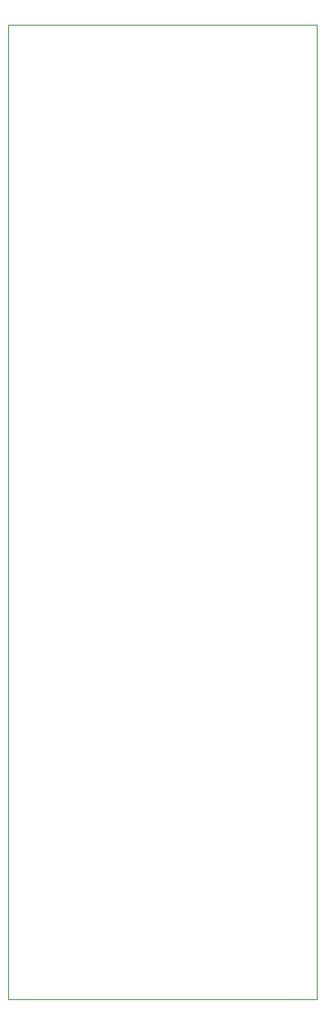
<source format=gbr>
%TF.GenerationSoftware,KiCad,Pcbnew,(6.0.4-0)*%
%TF.CreationDate,2022-07-29T07:15:44-05:00*%
%TF.ProjectId,knoblin3,6b6e6f62-6c69-46e3-932e-6b696361645f,rev?*%
%TF.SameCoordinates,Original*%
%TF.FileFunction,Profile,NP*%
%FSLAX46Y46*%
G04 Gerber Fmt 4.6, Leading zero omitted, Abs format (unit mm)*
G04 Created by KiCad (PCBNEW (6.0.4-0)) date 2022-07-29 07:15:44*
%MOMM*%
%LPD*%
G01*
G04 APERTURE LIST*
%TA.AperFunction,Profile*%
%ADD10C,0.100000*%
%TD*%
G04 APERTURE END LIST*
D10*
X122237500Y-33337500D02*
X153987500Y-33337500D01*
X122237500Y-133350000D02*
X122237500Y-43656250D01*
X153987500Y-33337500D02*
X153987500Y-133350000D01*
X122237500Y-43656250D02*
X122237500Y-33337500D01*
X153987500Y-133350000D02*
X122237500Y-133350000D01*
M02*

</source>
